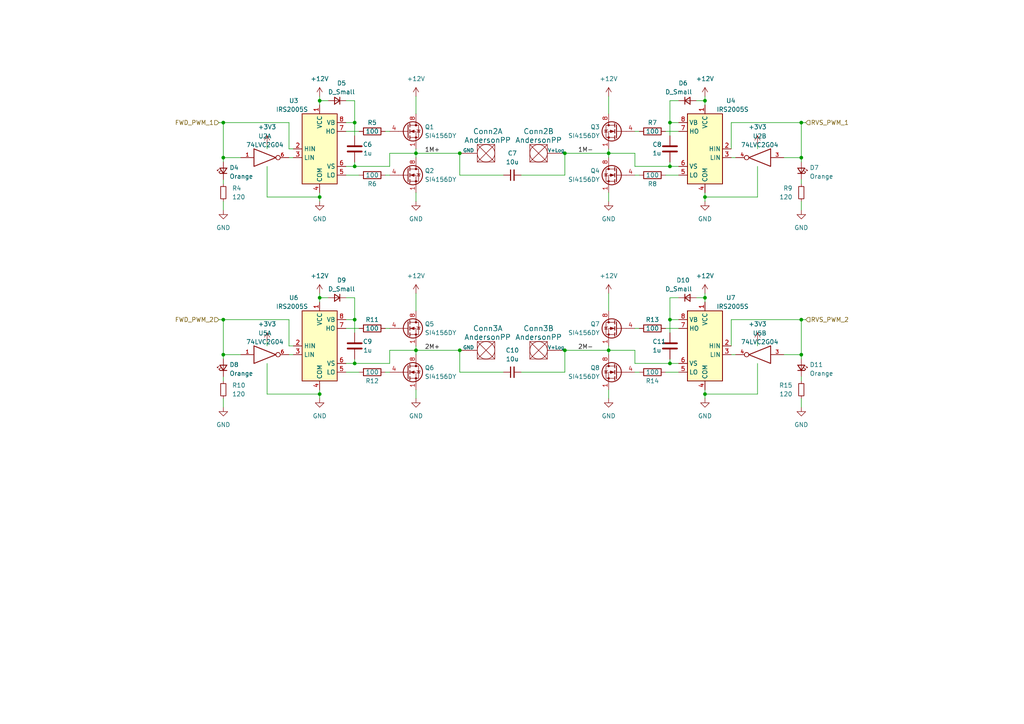
<source format=kicad_sch>
(kicad_sch (version 20230121) (generator eeschema)
  (paper "A4")
  (lib_symbols
    (symbol "74xGxx:74LVC2G04" (pin_names (offset 1.016))
      (property "Reference" "U" (at -2.54 3.81 0))
      (property "Value" "74LVC2G04" (at 0 -3.81 0))
      (symbol "74LVC2G04_0_1"
        (polyline (pts (xy -3.81 2.54) (xy -3.81 -2.54) (xy 2.54 0) (xy -3.81 2.54)) (stroke (width 0.254)))
        (pin power_in line (at 0 -2.54 270) (length 0) hide (name "GND") (number "2"))
        (pin power_in line (at 0 2.54 90) (length 0) hide (name "VCC") (number "5"))
      )
      (symbol "74LVC2G04_1_1"
        (pin input line (at -7.62 0 0) (length 3.81) (name "~") (number "1"))
        (pin output inverted (at 6.35 0 180) (length 3.81) (name "~") (number "6"))
      )
      (symbol "74LVC2G04_2_1"
        (pin input line (at -7.62 0 0) (length 3.81) (name "~") (number "3"))
        (pin output inverted (at 6.35 0 180) (length 3.81) (name "~") (number "4"))
      )
    )
    (symbol "Device:C" (pin_numbers hide) (pin_names (offset 0.254))
      (property "Reference" "C" (at 0.635 2.54 0))
      (property "Value" "C" (at 0.635 -2.54 0))
      (symbol "C_0_1"
        (polyline (pts (xy -2.032 -0.762) (xy 2.032 -0.762)) (stroke (width 0.508)))
        (polyline (pts (xy -2.032 0.762) (xy 2.032 0.762)) (stroke (width 0.508)))
      )
      (symbol "C_1_1"
        (pin passive line (at 0 3.81 270) (length 2.794) (name "~") (number "1"))
        (pin passive line (at 0 -3.81 90) (length 2.794) (name "~") (number "2"))
      )
    )
    (symbol "Device:C_Small" (pin_numbers hide) (pin_names (offset 0.254) hide)
      (property "Reference" "C" (at 0.254 1.778 0))
      (property "Value" "C_Small" (at 0.254 -2.032 0))
      (symbol "C_Small_0_1"
        (polyline (pts (xy -1.524 -0.508) (xy 1.524 -0.508)) (stroke (width 0.3302)))
        (polyline (pts (xy -1.524 0.508) (xy 1.524 0.508)) (stroke (width 0.3048)))
      )
      (symbol "C_Small_1_1"
        (pin passive line (at 0 2.54 270) (length 2.032) (name "~") (number "1"))
        (pin passive line (at 0 -2.54 90) (length 2.032) (name "~") (number "2"))
      )
    )
    (symbol "Device:D_Small" (pin_numbers hide) (pin_names (offset 0.254) hide)
      (property "Reference" "D" (at -1.27 2.032 0))
      (property "Value" "D_Small" (at -3.81 -2.032 0))
      (symbol "D_Small_0_1"
        (polyline (pts (xy -0.762 -1.016) (xy -0.762 1.016)) (stroke (width 0.254)))
        (polyline (pts (xy -0.762 0) (xy 0.762 0)))
        (polyline (pts (xy 0.762 -1.016) (xy -0.762 0) (xy 0.762 1.016) (xy 0.762 -1.016)) (stroke (width 0.254)))
      )
      (symbol "D_Small_1_1"
        (pin passive line (at -2.54 0 0) (length 1.778) (name "K") (number "1"))
        (pin passive line (at 2.54 0 180) (length 1.778) (name "A") (number "2"))
      )
    )
    (symbol "Device:LED_Small" (pin_numbers hide) (pin_names (offset 0.254) hide)
      (property "Reference" "D" (at -1.27 3.175 0))
      (property "Value" "LED_Small" (at -4.445 -2.54 0))
      (symbol "LED_Small_0_1"
        (polyline (pts (xy -0.762 -1.016) (xy -0.762 1.016)) (stroke (width 0.254)))
        (polyline (pts (xy 1.016 0) (xy -0.762 0)))
        (polyline (pts (xy 0.762 -1.016) (xy -0.762 0) (xy 0.762 1.016) (xy 0.762 -1.016)) (stroke (width 0.254)))
        (polyline (pts (xy 0 0.762) (xy -0.508 1.27) (xy -0.254 1.27) (xy -0.508 1.27) (xy -0.508 1.016)))
        (polyline (pts (xy 0.508 1.27) (xy 0 1.778) (xy 0.254 1.778) (xy 0 1.778) (xy 0 1.524)))
      )
      (symbol "LED_Small_1_1"
        (pin passive line (at -2.54 0 0) (length 1.778) (name "K") (number "1"))
        (pin passive line (at 2.54 0 180) (length 1.778) (name "A") (number "2"))
      )
    )
    (symbol "Device:R" (pin_numbers hide) (pin_names (offset 0))
      (property "Reference" "R" (at 2.032 0 90))
      (property "Value" "R" (at 0 0 90))
      (symbol "R_0_1"
        (rectangle (start -1.016 -2.54) (end 1.016 2.54) (stroke (width 0.254)))
      )
      (symbol "R_1_1"
        (pin passive line (at 0 3.81 270) (length 1.27) (name "~") (number "1"))
        (pin passive line (at 0 -3.81 90) (length 1.27) (name "~") (number "2"))
      )
    )
    (symbol "Device:R_Small" (pin_numbers hide) (pin_names (offset 0.254) hide)
      (property "Reference" "R" (at 0.762 0.508 0))
      (property "Value" "R_Small" (at 0.762 -1.016 0))
      (symbol "R_Small_0_1"
        (rectangle (start -0.762 1.778) (end 0.762 -1.778) (stroke (width 0.2032)))
      )
      (symbol "R_Small_1_1"
        (pin passive line (at 0 2.54 270) (length 0.762) (name "~") (number "1"))
        (pin passive line (at 0 -2.54 90) (length 0.762) (name "~") (number "2"))
      )
    )
    (symbol "Driver_FET:IRS2005S"
      (property "Reference" "U" (at 1.27 13.335 0))
      (property "Value" "IRS2005S" (at 1.27 11.43 0))
      (symbol "IRS2005S_0_1"
        (rectangle (start -5.08 -10.16) (end 5.08 10.16) (stroke (width 0.254)) (fill (type background)))
      )
      (symbol "IRS2005S_1_1"
        (pin power_in line (at 0 12.7 270) (length 2.54) (name "VCC") (number "1"))
        (pin input line (at -7.62 0 0) (length 2.54) (name "HIN") (number "2"))
        (pin input line (at -7.62 -2.54 0) (length 2.54) (name "LIN") (number "3"))
        (pin power_in line (at 0 -12.7 90) (length 2.54) (name "COM") (number "4"))
        (pin output line (at 7.62 -7.62 180) (length 2.54) (name "LO") (number "5"))
        (pin passive line (at 7.62 -5.08 180) (length 2.54) (name "VS") (number "6"))
        (pin output line (at 7.62 5.08 180) (length 2.54) (name "HO") (number "7"))
        (pin passive line (at 7.62 7.62 180) (length 2.54) (name "VB") (number "8"))
      )
    )
    (symbol "MRDT_Connectors:AndersonPP" (pin_numbers hide) (pin_names (offset 0))
      (property "Reference" "Conn" (at 3.81 -1.27 0))
      (property "Value" "AndersonPP" (at 2.54 6.35 0))
      (symbol "AndersonPP_0_1"
        (polyline (pts (xy 0 5.08) (xy 5.08 0)))
        (polyline (pts (xy 5.08 5.08) (xy 0 0)))
        (rectangle (start 0 0) (end 5.08 5.08))
        (circle (center 2.54 2.54) (radius 2.54))
      )
      (symbol "AndersonPP_1_1"
        (pin input line (at 10.16 2.54 180) (length 5.08) (name "GND") (number "1"))
      )
      (symbol "AndersonPP_2_1"
        (pin input line (at 10.16 2.54 180) (length 5.08) (name "V+Log") (number "2"))
      )
      (symbol "AndersonPP_3_1"
        (pin input line (at 10.16 2.54 180) (length 5.08) (name "V+Act") (number "3"))
      )
      (symbol "AndersonPP_4_1"
        (pin input line (at 10.16 2.54 180) (length 5.08) (name "PV+") (number "4"))
      )
      (symbol "AndersonPP_5_1"
        (pin input line (at 10.16 2.54 180) (length 5.08) (name "~") (number "1"))
      )
    )
    (symbol "Transistor_FET:FDS2734" (pin_names hide)
      (property "Reference" "Q" (at 5.08 2.54 0))
      (property "Value" "FDS2734" (at 5.08 0 0))
      (symbol "FDS2734_0_1"
        (polyline (pts (xy 0.254 0) (xy -2.54 0)))
        (polyline (pts (xy 0.254 1.905) (xy 0.254 -1.905)) (stroke (width 0.254)))
        (polyline (pts (xy 0.762 -1.27) (xy 0.762 -2.286)) (stroke (width 0.254)))
        (polyline (pts (xy 0.762 0.508) (xy 0.762 -0.508)) (stroke (width 0.254)))
        (polyline (pts (xy 0.762 2.286) (xy 0.762 1.27)) (stroke (width 0.254)))
        (polyline (pts (xy 2.54 2.54) (xy 2.54 1.778)))
        (polyline (pts (xy 2.54 -2.54) (xy 2.54 0) (xy 0.762 0)))
        (polyline (pts (xy 0.762 -1.778) (xy 3.302 -1.778) (xy 3.302 1.778) (xy 0.762 1.778)))
        (polyline (pts (xy 1.016 0) (xy 2.032 0.381) (xy 2.032 -0.381) (xy 1.016 0)) (fill (type outline)))
        (polyline (pts (xy 2.794 0.508) (xy 2.921 0.381) (xy 3.683 0.381) (xy 3.81 0.254)))
        (polyline (pts (xy 3.302 0.381) (xy 2.921 -0.254) (xy 3.683 -0.254) (xy 3.302 0.381)))
        (circle (center 1.651 0) (radius 2.794) (stroke (width 0.254)))
        (circle (center 2.54 -1.778) (radius 0.254) (fill (type outline)))
        (circle (center 2.54 1.778) (radius 0.254) (fill (type outline)))
      )
      (symbol "FDS2734_1_1"
        (pin passive line (at 2.54 -5.08 90) (length 2.54) (name "S") (number "1"))
        (pin passive line (at 2.54 -5.08 90) (length 2.54) hide (name "S") (number "2"))
        (pin passive line (at 2.54 -5.08 90) (length 2.54) hide (name "S") (number "3"))
        (pin input line (at -5.08 0 0) (length 2.54) (name "G") (number "4"))
        (pin passive line (at 2.54 5.08 270) (length 2.54) hide (name "D") (number "5"))
        (pin passive line (at 2.54 5.08 270) (length 2.54) hide (name "D") (number "6"))
        (pin passive line (at 2.54 5.08 270) (length 2.54) hide (name "D") (number "7"))
        (pin passive line (at 2.54 5.08 270) (length 2.54) (name "D") (number "8"))
      )
    )
    (symbol "power:+12V" (power) (pin_names (offset 0))
      (property "Value" "+12V" (at 0 3.556 0))
      (symbol "+12V_0_1"
        (polyline (pts (xy -0.762 1.27) (xy 0 2.54)))
        (polyline (pts (xy 0 0) (xy 0 2.54)))
        (polyline (pts (xy 0 2.54) (xy 0.762 1.27)))
      )
      (symbol "+12V_1_1"
        (pin power_in line (at 0 0 90) (length 0) hide (name "+12V") (number "1"))
      )
    )
    (symbol "power:+3V3" (power) (pin_names (offset 0))
      (property "Value" "+3V3" (at 0 3.556 0))
      (symbol "+3V3_0_1"
        (polyline (pts (xy -0.762 1.27) (xy 0 2.54)))
        (polyline (pts (xy 0 0) (xy 0 2.54)))
        (polyline (pts (xy 0 2.54) (xy 0.762 1.27)))
      )
      (symbol "+3V3_1_1"
        (pin power_in line (at 0 0 90) (length 0) hide (name "+3V3") (number "1"))
      )
    )
    (symbol "power:GND" (power) (pin_names (offset 0))
      (property "Value" "GND" (at 0 -3.81 0))
      (symbol "GND_0_1"
        (polyline (pts (xy 0 0) (xy 0 -1.27) (xy 1.27 -1.27) (xy 0 -2.54) (xy -1.27 -1.27) (xy 0 -1.27)))
      )
      (symbol "GND_1_1"
        (pin power_in line (at 0 0 270) (length 0) hide (name "GND") (number "1"))
      )
    )
  )
  (junction (at 194.31 48.26))
  (junction (at 194.31 92.71))
  (junction (at 204.47 57.15))
  (junction (at 194.31 35.56))
  (junction (at 204.47 114.3))
  (junction (at 133.35 44.45))
  (junction (at 102.87 48.26))
  (junction (at 176.53 44.45))
  (junction (at 92.71 114.3))
  (junction (at 204.47 86.36))
  (junction (at 176.53 101.6))
  (junction (at 232.41 35.56))
  (junction (at 120.65 44.45))
  (junction (at 194.31 105.41))
  (junction (at 64.77 45.72))
  (junction (at 204.47 29.21))
  (junction (at 92.71 86.36))
  (junction (at 232.41 45.72))
  (junction (at 163.83 44.45))
  (junction (at 163.83 101.6))
  (junction (at 102.87 105.41))
  (junction (at 92.71 57.15))
  (junction (at 120.65 101.6))
  (junction (at 102.87 35.56))
  (junction (at 232.41 102.87))
  (junction (at 102.87 92.71))
  (junction (at 232.41 92.71))
  (junction (at 64.77 35.56))
  (junction (at 133.35 101.6))
  (junction (at 92.71 29.21))
  (junction (at 64.77 92.71))
  (junction (at 64.77 102.87))
  (wire (pts (xy 219.71 105.41) (xy 219.71 114.3)))
  (wire (pts (xy 194.31 48.26) (xy 184.15 48.26)))
  (wire (pts (xy 92.71 29.21) (xy 92.71 30.48)))
  (wire (pts (xy 64.77 35.56) (xy 83.82 35.56)))
  (wire (pts (xy 83.82 92.71) (xy 83.82 100.33)))
  (wire (pts (xy 113.03 101.6) (xy 120.65 101.6)))
  (wire (pts (xy 64.77 115.57) (xy 64.77 118.11)))
  (wire (pts (xy 133.35 50.8) (xy 146.05 50.8)))
  (wire (pts (xy 77.47 57.15) (xy 92.71 57.15)))
  (wire (pts (xy 232.41 102.87) (xy 232.41 104.14)))
  (wire (pts (xy 120.65 101.6) (xy 133.35 101.6)))
  (wire (pts (xy 77.47 105.41) (xy 77.47 114.3)))
  (wire (pts (xy 193.04 38.1) (xy 196.85 38.1)))
  (wire (pts (xy 111.76 95.25) (xy 113.03 95.25)))
  (wire (pts (xy 100.33 107.95) (xy 104.14 107.95)))
  (wire (pts (xy 194.31 86.36) (xy 196.85 86.36)))
  (wire (pts (xy 102.87 35.56) (xy 102.87 29.21)))
  (wire (pts (xy 219.71 41.91) (xy 219.71 43.18)))
  (wire (pts (xy 232.41 52.07) (xy 232.41 53.34)))
  (wire (pts (xy 204.47 55.88) (xy 204.47 57.15)))
  (wire (pts (xy 204.47 85.09) (xy 204.47 86.36)))
  (wire (pts (xy 120.65 27.94) (xy 120.65 33.02)))
  (wire (pts (xy 92.71 27.94) (xy 92.71 29.21)))
  (wire (pts (xy 184.15 38.1) (xy 185.42 38.1)))
  (wire (pts (xy 201.93 29.21) (xy 204.47 29.21)))
  (wire (pts (xy 232.41 109.22) (xy 232.41 110.49)))
  (wire (pts (xy 176.53 85.09) (xy 176.53 90.17)))
  (wire (pts (xy 63.5 92.71) (xy 64.77 92.71)))
  (wire (pts (xy 201.93 86.36) (xy 204.47 86.36)))
  (wire (pts (xy 227.33 45.72) (xy 232.41 45.72)))
  (wire (pts (xy 196.85 50.8) (xy 193.04 50.8)))
  (wire (pts (xy 204.47 113.03) (xy 204.47 114.3)))
  (wire (pts (xy 204.47 29.21) (xy 204.47 30.48)))
  (wire (pts (xy 196.85 35.56) (xy 194.31 35.56)))
  (wire (pts (xy 193.04 95.25) (xy 196.85 95.25)))
  (wire (pts (xy 184.15 95.25) (xy 185.42 95.25)))
  (wire (pts (xy 196.85 105.41) (xy 194.31 105.41)))
  (wire (pts (xy 120.65 113.03) (xy 120.65 115.57)))
  (wire (pts (xy 176.53 101.6) (xy 163.83 101.6)))
  (wire (pts (xy 184.15 107.95) (xy 185.42 107.95)))
  (wire (pts (xy 64.77 92.71) (xy 83.82 92.71)))
  (wire (pts (xy 63.5 35.56) (xy 64.77 35.56)))
  (wire (pts (xy 194.31 92.71) (xy 194.31 96.52)))
  (wire (pts (xy 184.15 105.41) (xy 184.15 101.6)))
  (wire (pts (xy 102.87 48.26) (xy 113.03 48.26)))
  (wire (pts (xy 92.71 85.09) (xy 92.71 86.36)))
  (wire (pts (xy 204.47 86.36) (xy 204.47 87.63)))
  (wire (pts (xy 204.47 27.94) (xy 204.47 29.21)))
  (wire (pts (xy 102.87 92.71) (xy 102.87 86.36)))
  (wire (pts (xy 64.77 58.42) (xy 64.77 60.96)))
  (wire (pts (xy 219.71 48.26) (xy 219.71 57.15)))
  (wire (pts (xy 184.15 101.6) (xy 176.53 101.6)))
  (wire (pts (xy 77.47 114.3) (xy 92.71 114.3)))
  (wire (pts (xy 212.09 45.72) (xy 213.36 45.72)))
  (wire (pts (xy 196.85 48.26) (xy 194.31 48.26)))
  (wire (pts (xy 113.03 48.26) (xy 113.03 44.45)))
  (wire (pts (xy 100.33 35.56) (xy 102.87 35.56)))
  (wire (pts (xy 120.65 44.45) (xy 120.65 45.72)))
  (wire (pts (xy 100.33 50.8) (xy 104.14 50.8)))
  (wire (pts (xy 176.53 27.94) (xy 176.53 33.02)))
  (wire (pts (xy 194.31 46.99) (xy 194.31 48.26)))
  (wire (pts (xy 212.09 92.71) (xy 212.09 100.33)))
  (wire (pts (xy 64.77 45.72) (xy 64.77 35.56)))
  (wire (pts (xy 232.41 58.42) (xy 232.41 60.96)))
  (wire (pts (xy 100.33 38.1) (xy 104.14 38.1)))
  (wire (pts (xy 133.35 50.8) (xy 133.35 44.45)))
  (wire (pts (xy 77.47 48.26) (xy 77.47 57.15)))
  (wire (pts (xy 77.47 41.91) (xy 77.47 43.18)))
  (wire (pts (xy 176.53 44.45) (xy 176.53 45.72)))
  (wire (pts (xy 92.71 57.15) (xy 92.71 58.42)))
  (wire (pts (xy 102.87 35.56) (xy 102.87 39.37)))
  (wire (pts (xy 77.47 99.06) (xy 77.47 100.33)))
  (wire (pts (xy 113.03 44.45) (xy 120.65 44.45)))
  (wire (pts (xy 176.53 55.88) (xy 176.53 58.42)))
  (wire (pts (xy 212.09 35.56) (xy 212.09 43.18)))
  (wire (pts (xy 69.85 45.72) (xy 64.77 45.72)))
  (wire (pts (xy 102.87 105.41) (xy 113.03 105.41)))
  (wire (pts (xy 64.77 52.07) (xy 64.77 53.34)))
  (wire (pts (xy 92.71 55.88) (xy 92.71 57.15)))
  (wire (pts (xy 100.33 92.71) (xy 102.87 92.71)))
  (wire (pts (xy 176.53 44.45) (xy 163.83 44.45)))
  (wire (pts (xy 120.65 100.33) (xy 120.65 101.6)))
  (wire (pts (xy 219.71 57.15) (xy 204.47 57.15)))
  (wire (pts (xy 120.65 43.18) (xy 120.65 44.45)))
  (wire (pts (xy 95.25 29.21) (xy 92.71 29.21)))
  (wire (pts (xy 83.82 45.72) (xy 85.09 45.72)))
  (wire (pts (xy 194.31 35.56) (xy 194.31 29.21)))
  (wire (pts (xy 120.65 85.09) (xy 120.65 90.17)))
  (wire (pts (xy 120.65 55.88) (xy 120.65 58.42)))
  (wire (pts (xy 194.31 104.14) (xy 194.31 105.41)))
  (wire (pts (xy 204.47 114.3) (xy 204.47 115.57)))
  (wire (pts (xy 196.85 92.71) (xy 194.31 92.71)))
  (wire (pts (xy 102.87 86.36) (xy 100.33 86.36)))
  (wire (pts (xy 83.82 100.33) (xy 85.09 100.33)))
  (wire (pts (xy 102.87 46.99) (xy 102.87 48.26)))
  (wire (pts (xy 95.25 86.36) (xy 92.71 86.36)))
  (wire (pts (xy 64.77 102.87) (xy 64.77 92.71)))
  (wire (pts (xy 232.41 92.71) (xy 233.68 92.71)))
  (wire (pts (xy 83.82 43.18) (xy 85.09 43.18)))
  (wire (pts (xy 113.03 105.41) (xy 113.03 101.6)))
  (wire (pts (xy 111.76 50.8) (xy 113.03 50.8)))
  (wire (pts (xy 232.41 45.72) (xy 232.41 35.56)))
  (wire (pts (xy 176.53 100.33) (xy 176.53 101.6)))
  (wire (pts (xy 184.15 48.26) (xy 184.15 44.45)))
  (wire (pts (xy 69.85 102.87) (xy 64.77 102.87)))
  (wire (pts (xy 194.31 29.21) (xy 196.85 29.21)))
  (wire (pts (xy 102.87 92.71) (xy 102.87 96.52)))
  (wire (pts (xy 212.09 102.87) (xy 213.36 102.87)))
  (wire (pts (xy 194.31 92.71) (xy 194.31 86.36)))
  (wire (pts (xy 194.31 105.41) (xy 184.15 105.41)))
  (wire (pts (xy 64.77 102.87) (xy 64.77 104.14)))
  (wire (pts (xy 212.09 92.71) (xy 232.41 92.71)))
  (wire (pts (xy 163.83 50.8) (xy 163.83 44.45)))
  (wire (pts (xy 212.09 35.56) (xy 232.41 35.56)))
  (wire (pts (xy 151.13 50.8) (xy 163.83 50.8)))
  (wire (pts (xy 111.76 107.95) (xy 113.03 107.95)))
  (wire (pts (xy 120.65 101.6) (xy 120.65 102.87)))
  (wire (pts (xy 100.33 95.25) (xy 104.14 95.25)))
  (wire (pts (xy 232.41 35.56) (xy 233.68 35.56)))
  (wire (pts (xy 100.33 105.41) (xy 102.87 105.41)))
  (wire (pts (xy 133.35 107.95) (xy 133.35 101.6)))
  (wire (pts (xy 151.13 107.95) (xy 163.83 107.95)))
  (wire (pts (xy 176.53 43.18) (xy 176.53 44.45)))
  (wire (pts (xy 102.87 29.21) (xy 100.33 29.21)))
  (wire (pts (xy 204.47 57.15) (xy 204.47 58.42)))
  (wire (pts (xy 83.82 102.87) (xy 85.09 102.87)))
  (wire (pts (xy 232.41 102.87) (xy 232.41 92.71)))
  (wire (pts (xy 196.85 107.95) (xy 193.04 107.95)))
  (wire (pts (xy 133.35 107.95) (xy 146.05 107.95)))
  (wire (pts (xy 194.31 35.56) (xy 194.31 39.37)))
  (wire (pts (xy 227.33 102.87) (xy 232.41 102.87)))
  (wire (pts (xy 163.83 107.95) (xy 163.83 101.6)))
  (wire (pts (xy 176.53 101.6) (xy 176.53 102.87)))
  (wire (pts (xy 184.15 50.8) (xy 185.42 50.8)))
  (wire (pts (xy 184.15 44.45) (xy 176.53 44.45)))
  (wire (pts (xy 111.76 38.1) (xy 113.03 38.1)))
  (wire (pts (xy 92.71 114.3) (xy 92.71 115.57)))
  (wire (pts (xy 232.41 45.72) (xy 232.41 46.99)))
  (wire (pts (xy 100.33 48.26) (xy 102.87 48.26)))
  (wire (pts (xy 92.71 113.03) (xy 92.71 114.3)))
  (wire (pts (xy 219.71 114.3) (xy 204.47 114.3)))
  (wire (pts (xy 120.65 44.45) (xy 133.35 44.45)))
  (wire (pts (xy 83.82 35.56) (xy 83.82 43.18)))
  (wire (pts (xy 64.77 45.72) (xy 64.77 46.99)))
  (wire (pts (xy 92.71 86.36) (xy 92.71 87.63)))
  (wire (pts (xy 176.53 113.03) (xy 176.53 115.57)))
  (wire (pts (xy 64.77 109.22) (xy 64.77 110.49)))
  (wire (pts (xy 219.71 99.06) (xy 219.71 100.33)))
  (wire (pts (xy 232.41 115.57) (xy 232.41 118.11)))
  (wire (pts (xy 102.87 104.14) (xy 102.87 105.41)))
  (label "1M-" (at 167.64 44.45 0))
  (label "1M+" (at 123.19 44.45 0))
  (label "2M+" (at 123.19 101.6 0))
  (label "2M-" (at 167.64 101.6 0))
  (hierarchical_label "FWD_PWM_1" (shape input) (at 63.5 35.56 180))
  (hierarchical_label "RVS_PWM_1" (shape input) (at 233.68 35.56 0))
  (hierarchical_label "FWD_PWM_2" (shape input) (at 63.5 92.71 180))
  (hierarchical_label "RVS_PWM_2" (shape input) (at 233.68 92.71 0))
  (symbol (lib_id "power:GND") (at 92.71 115.57 0) (unit 1)
    (property "Reference" "#PWR027" (effects hide))
    (property "Value" "GND" (at 92.71 120.65 0))
  )
  (symbol (lib_id "Device:R") (at 189.23 107.95 270) (mirror x) (unit 1)
    (property "Reference" "R14" (at 189.23 110.49 90))
    (property "Value" "100" (at 189.23 107.95 90))
    (property "Footprint" "Resistor_SMD:R_0603_1608Metric_Pad0.98x0.95mm_HandSolder" (effects hide))
  )
  (symbol (lib_id "Device:R_Small") (at 64.77 55.88 0) (unit 1)
    (property "Reference" "R4" (at 67.31 54.6099 0) (effects (justify left)))
    (property "Value" "120" (at 67.31 57.1499 0) (effects (justify left)))
    (property "Footprint" "Resistor_SMD:R_0603_1608Metric_Pad0.98x0.95mm_HandSolder" (effects hide))
  )
  (symbol (lib_id "power:+12V") (at 92.71 27.94 0) (unit 1)
    (property "Reference" "#PWR014" (effects hide))
    (property "Value" "+12V" (at 92.71 22.86 0))
  )
  (symbol (lib_id "Device:C") (at 102.87 100.33 0) (mirror y) (unit 1)
    (property "Reference" "C9" (at 107.95 99.06 0) (effects (justify left)))
    (property "Value" "1u" (at 107.95 101.6 0) (effects (justify left)))
    (property "Footprint" "Capacitor_SMD:C_0603_1608Metric" (effects hide))
  )
  (symbol (lib_id "74xGxx:74LVC2G04") (at 219.71 102.87 0) (mirror y) (unit 2)
    (property "Reference" "U5" (at 220.345 96.6302 0))
    (property "Value" "74LVC2G04" (at 220.345 99.1671 0))
    (property "Footprint" "Package_TO_SOT_SMD:SOT-23-6_Handsoldering" (effects hide))
    (property "Datasheet" "http://www.ti.com/lit/sg/scyt129e/scyt129e.pdf" (effects hide))
  )
  (symbol (lib_id "Device:C_Small") (at 148.59 50.8 90) (unit 1)
    (property "Reference" "C7" (at 148.5963 44.45 90))
    (property "Value" "10u" (at 148.5963 46.99 90))
    (property "Footprint" "Capacitor_SMD:C_0603_1608Metric" (effects hide))
  )
  (symbol (lib_id "Driver_FET:IRS2005S") (at 204.47 43.18 0) (mirror y) (unit 1)
    (property "Reference" "U4" (at 213.36 29.21 0) (effects (justify left)))
    (property "Value" "IRS2005S" (at 217.17 31.75 0) (effects (justify left)))
    (property "Footprint" "Package_SO:SOIC-8_3.9x4.9mm_P1.27mm" (effects hide))
    (property "Datasheet" "https://www.infineon.com/dgdl/Infineon-IRS2005S-DS-v02_00-EN.pdf?fileId=5546d462533600a4015364c4246229e1" (effects hide))
  )
  (symbol (lib_id "Device:R") (at 189.23 95.25 270) (mirror x) (unit 1)
    (property "Reference" "R13" (at 189.23 92.71 90))
    (property "Value" "100" (at 189.23 95.25 90))
    (property "Footprint" "Resistor_SMD:R_0603_1608Metric_Pad0.98x0.95mm_HandSolder" (effects hide))
  )
  (symbol (lib_id "power:+3V3") (at 77.47 99.06 0) (unit 1)
    (property "Reference" "#PWR025" (effects hide))
    (property "Value" "+3V3" (at 77.47 93.98 0))
  )
  (symbol (lib_id "power:+3V3") (at 219.71 99.06 0) (unit 1)
    (property "Reference" "#PWR034" (effects hide))
    (property "Value" "+3V3" (at 219.71 93.98 0))
  )
  (symbol (lib_id "power:+12V") (at 92.71 85.09 0) (unit 1)
    (property "Reference" "#PWR026" (effects hide))
    (property "Value" "+12V" (at 92.71 80.01 0))
  )
  (symbol (lib_id "power:GND") (at 64.77 60.96 0) (unit 1)
    (property "Reference" "#PWR012" (effects hide))
    (property "Value" "GND" (at 64.77 66.04 0))
  )
  (symbol (lib_id "Device:D_Small") (at 97.79 29.21 0) (mirror y) (unit 1)
    (property "Reference" "D5" (at 99.06 24.13 0))
    (property "Value" "D_Small" (at 99.06 26.67 0))
    (property "Footprint" "LED_SMD:LED_0603_1608Metric_Pad1.05x0.95mm_HandSolder" (effects hide))
  )
  (symbol (lib_id "power:GND") (at 204.47 58.42 0) (unit 1)
    (property "Reference" "#PWR021" (effects hide))
    (property "Value" "GND" (at 204.47 63.5 0))
  )
  (symbol (lib_id "Device:R") (at 107.95 38.1 90) (unit 1)
    (property "Reference" "R5" (at 107.95 35.56 90))
    (property "Value" "100" (at 107.95 38.1 90))
    (property "Footprint" "Resistor_SMD:R_0603_1608Metric_Pad0.98x0.95mm_HandSolder" (effects hide))
  )
  (symbol (lib_id "74xGxx:74LVC2G04") (at 77.47 45.72 0) (unit 1)
    (property "Reference" "U2" (at 76.835 39.4802 0))
    (property "Value" "74LVC2G04" (at 76.835 42.0171 0))
    (property "Footprint" "Package_TO_SOT_SMD:SOT-23-6_Handsoldering" (effects hide))
    (property "Datasheet" "http://www.ti.com/lit/sg/scyt129e/scyt129e.pdf" (effects hide))
  )
  (symbol (lib_id "power:GND") (at 64.77 118.11 0) (unit 1)
    (property "Reference" "#PWR024" (effects hide))
    (property "Value" "GND" (at 64.77 123.19 0))
  )
  (symbol (lib_id "Device:C") (at 194.31 43.18 0) (unit 1)
    (property "Reference" "C8" (at 189.23 41.91 0) (effects (justify left)))
    (property "Value" "1u" (at 189.23 44.45 0) (effects (justify left)))
    (property "Footprint" "Capacitor_SMD:C_0603_1608Metric" (effects hide))
  )
  (symbol (lib_id "power:+12V") (at 176.53 85.09 0) (unit 1)
    (property "Reference" "#PWR030" (effects hide))
    (property "Value" "+12V" (at 176.53 80.01 0))
  )
  (symbol (lib_id "power:+12V") (at 120.65 85.09 0) (unit 1)
    (property "Reference" "#PWR028" (effects hide))
    (property "Value" "+12V" (at 120.65 80.01 0))
  )
  (symbol (lib_id "power:+3V3") (at 219.71 41.91 0) (unit 1)
    (property "Reference" "#PWR022" (effects hide))
    (property "Value" "+3V3" (at 219.71 36.83 0))
  )
  (symbol (lib_id "Driver_FET:IRS2005S") (at 92.71 43.18 0) (unit 1)
    (property "Reference" "U3" (at 83.82 29.21 0) (effects (justify left)))
    (property "Value" "IRS2005S" (at 80.01 31.75 0) (effects (justify left)))
    (property "Footprint" "Package_SO:SOIC-8_3.9x4.9mm_P1.27mm" (effects hide))
    (property "Datasheet" "https://www.infineon.com/dgdl/Infineon-IRS2005S-DS-v02_00-EN.pdf?fileId=5546d462533600a4015364c4246229e1" (effects hide))
  )
  (symbol (lib_id "MRDT_Connectors:AndersonPP") (at 153.67 46.99 0) (unit 2)
    (property "Reference" "Conn2" (at 156.21 38.1 0) (effects (font (size 1.524 1.524))))
    (property "Value" "AndersonPP" (at 156.21 40.64 0) (effects (font (size 1.524 1.524))))
    (property "Footprint" "MRDT_Connectors:Square_Anderson_2_V_Side_By_Side" (effects hide))
  )
  (symbol (lib_id "Driver_FET:IRS2005S") (at 92.71 100.33 0) (unit 1)
    (property "Reference" "U6" (at 83.82 86.36 0) (effects (justify left)))
    (property "Value" "IRS2005S" (at 80.01 88.9 0) (effects (justify left)))
    (property "Footprint" "Package_SO:SOIC-8_3.9x4.9mm_P1.27mm" (effects hide))
    (property "Datasheet" "https://www.infineon.com/dgdl/Infineon-IRS2005S-DS-v02_00-EN.pdf?fileId=5546d462533600a4015364c4246229e1" (effects hide))
  )
  (symbol (lib_id "Transistor_FET:FDS2734") (at 179.07 50.8 0) (mirror y) (unit 1)
    (property "Reference" "Q4" (at 173.99 49.53 0) (effects (justify left)))
    (property "Value" "SI4156DY" (at 173.99 52.07 0) (effects (justify left)))
    (property "Footprint" "Package_SO:SOIC-8_3.9x4.9mm_P1.27mm" (effects hide))
    (property "Datasheet" "https://www.onsemi.com/pdf/datasheet/fds8896-d.pdf" (effects hide))
  )
  (symbol (lib_id "Transistor_FET:FDS2734") (at 118.11 95.25 0) (unit 1)
    (property "Reference" "Q5" (at 123.19 93.98 0) (effects (justify left)))
    (property "Value" "SI4156DY" (at 123.19 96.52 0) (effects (justify left)))
    (property "Footprint" "Package_SO:SOIC-8_3.9x4.9mm_P1.27mm" (effects hide))
    (property "Datasheet" "https://www.onsemi.com/pdf/datasheet/fds8896-d.pdf" (effects hide))
  )
  (symbol (lib_id "power:GND") (at 176.53 115.57 0) (unit 1)
    (property "Reference" "#PWR031" (effects hide))
    (property "Value" "GND" (at 176.53 120.65 0))
  )
  (symbol (lib_id "power:GND") (at 176.53 58.42 0) (unit 1)
    (property "Reference" "#PWR019" (effects hide))
    (property "Value" "GND" (at 176.53 63.5 0))
  )
  (symbol (lib_id "Transistor_FET:FDS2734") (at 179.07 38.1 0) (mirror y) (unit 1)
    (property "Reference" "Q3" (at 173.99 36.83 0) (effects (justify left)))
    (property "Value" "SI4156DY" (at 173.99 39.37 0) (effects (justify left)))
    (property "Footprint" "Package_SO:SOIC-8_3.9x4.9mm_P1.27mm" (effects hide))
    (property "Datasheet" "https://www.onsemi.com/pdf/datasheet/fds8896-d.pdf" (effects hide))
  )
  (symbol (lib_id "Device:R_Small") (at 64.77 113.03 0) (unit 1)
    (property "Reference" "R10" (at 67.31 111.7599 0) (effects (justify left)))
    (property "Value" "120" (at 67.31 114.2999 0) (effects (justify left)))
    (property "Footprint" "Resistor_SMD:R_0603_1608Metric_Pad0.98x0.95mm_HandSolder" (effects hide))
  )
  (symbol (lib_id "Device:C_Small") (at 148.59 107.95 90) (unit 1)
    (property "Reference" "C10" (at 148.5963 101.6 90))
    (property "Value" "10u" (at 148.5963 104.14 90))
    (property "Footprint" "Capacitor_SMD:C_0603_1608Metric" (effects hide))
  )
  (symbol (lib_id "power:GND") (at 92.71 58.42 0) (unit 1)
    (property "Reference" "#PWR015" (effects hide))
    (property "Value" "GND" (at 92.71 63.5 0))
  )
  (symbol (lib_id "power:+3V3") (at 77.47 41.91 0) (unit 1)
    (property "Reference" "#PWR013" (effects hide))
    (property "Value" "+3V3" (at 77.47 36.83 0))
  )
  (symbol (lib_id "power:GND") (at 120.65 115.57 0) (unit 1)
    (property "Reference" "#PWR029" (effects hide))
    (property "Value" "GND" (at 120.65 120.65 0))
  )
  (symbol (lib_id "power:+12V") (at 176.53 27.94 0) (unit 1)
    (property "Reference" "#PWR018" (effects hide))
    (property "Value" "+12V" (at 176.53 22.86 0))
  )
  (symbol (lib_id "Device:C") (at 194.31 100.33 0) (unit 1)
    (property "Reference" "C11" (at 189.23 99.06 0) (effects (justify left)))
    (property "Value" "1u" (at 189.23 101.6 0) (effects (justify left)))
    (property "Footprint" "Capacitor_SMD:C_0603_1608Metric" (effects hide))
  )
  (symbol (lib_id "Transistor_FET:FDS2734") (at 118.11 38.1 0) (unit 1)
    (property "Reference" "Q1" (at 123.19 36.83 0) (effects (justify left)))
    (property "Value" "SI4156DY" (at 123.19 39.37 0) (effects (justify left)))
    (property "Footprint" "Package_SO:SOIC-8_3.9x4.9mm_P1.27mm" (effects hide))
    (property "Datasheet" "https://www.onsemi.com/pdf/datasheet/fds8896-d.pdf" (effects hide))
  )
  (symbol (lib_id "power:GND") (at 232.41 60.96 0) (mirror y) (unit 1)
    (property "Reference" "#PWR023" (effects hide))
    (property "Value" "GND" (at 232.41 66.04 0))
  )
  (symbol (lib_id "power:+12V") (at 204.47 27.94 0) (unit 1)
    (property "Reference" "#PWR020" (effects hide))
    (property "Value" "+12V" (at 204.47 22.86 0))
  )
  (symbol (lib_id "Transistor_FET:FDS2734") (at 179.07 107.95 0) (mirror y) (unit 1)
    (property "Reference" "Q8" (at 173.99 106.68 0) (effects (justify left)))
    (property "Value" "SI4156DY" (at 173.99 109.22 0) (effects (justify left)))
    (property "Footprint" "Package_SO:SOIC-8_3.9x4.9mm_P1.27mm" (effects hide))
    (property "Datasheet" "https://www.onsemi.com/pdf/datasheet/fds8896-d.pdf" (effects hide))
  )
  (symbol (lib_id "Device:R") (at 107.95 95.25 90) (unit 1)
    (property "Reference" "R11" (at 107.95 92.71 90))
    (property "Value" "100" (at 107.95 95.25 90))
    (property "Footprint" "Resistor_SMD:R_0603_1608Metric_Pad0.98x0.95mm_HandSolder" (effects hide))
  )
  (symbol (lib_id "Device:D_Small") (at 97.79 86.36 0) (mirror y) (unit 1)
    (property "Reference" "D9" (at 99.06 81.28 0))
    (property "Value" "D_Small" (at 99.06 83.82 0))
    (property "Footprint" "LED_SMD:LED_0603_1608Metric_Pad1.05x0.95mm_HandSolder" (effects hide))
  )
  (symbol (lib_id "Driver_FET:IRS2005S") (at 204.47 100.33 0) (mirror y) (unit 1)
    (property "Reference" "U7" (at 213.36 86.36 0) (effects (justify left)))
    (property "Value" "IRS2005S" (at 217.17 88.9 0) (effects (justify left)))
    (property "Footprint" "Package_SO:SOIC-8_3.9x4.9mm_P1.27mm" (effects hide))
    (property "Datasheet" "https://www.infineon.com/dgdl/Infineon-IRS2005S-DS-v02_00-EN.pdf?fileId=5546d462533600a4015364c4246229e1" (effects hide))
  )
  (symbol (lib_id "power:GND") (at 232.41 118.11 0) (mirror y) (unit 1)
    (property "Reference" "#PWR035" (effects hide))
    (property "Value" "GND" (at 232.41 123.19 0))
  )
  (symbol (lib_id "Device:R_Small") (at 232.41 55.88 0) (mirror x) (unit 1)
    (property "Reference" "R9" (at 229.87 54.6099 0) (effects (justify right)))
    (property "Value" "120" (at 229.87 57.1499 0) (effects (justify right)))
    (property "Footprint" "Resistor_SMD:R_0603_1608Metric_Pad0.98x0.95mm_HandSolder" (effects hide))
  )
  (symbol (lib_id "Device:D_Small") (at 199.39 29.21 0) (unit 1)
    (property "Reference" "D6" (at 198.12 24.13 0))
    (property "Value" "D_Small" (at 196.85 26.67 0))
    (property "Footprint" "LED_SMD:LED_0603_1608Metric_Pad1.05x0.95mm_HandSolder" (effects hide))
  )
  (symbol (lib_id "Device:LED_Small") (at 64.77 49.53 90) (unit 1)
    (property "Reference" "D4" (at 66.548 48.6318 90) (effects (justify right)))
    (property "Value" "Orange" (at 66.548 51.1687 90) (effects (justify right)))
    (property "Footprint" "LED_SMD:LED_0603_1608Metric_Pad1.05x0.95mm_HandSolder" (effects hide))
  )
  (symbol (lib_id "Device:LED_Small") (at 232.41 106.68 270) (mirror x) (unit 1)
    (property "Reference" "D11" (at 234.823 105.7818 90) (effects (justify left)))
    (property "Value" "Orange" (at 234.823 108.3187 90) (effects (justify left)))
    (property "Footprint" "LED_SMD:LED_0603_1608Metric_Pad1.05x0.95mm_HandSolder" (effects hide))
  )
  (symbol (lib_id "Transistor_FET:FDS2734") (at 179.07 95.25 0) (mirror y) (unit 1)
    (property "Reference" "Q7" (at 173.99 93.98 0) (effects (justify left)))
    (property "Value" "SI4156DY" (at 173.99 96.52 0) (effects (justify left)))
    (property "Footprint" "Package_SO:SOIC-8_3.9x4.9mm_P1.27mm" (effects hide))
    (property "Datasheet" "https://www.onsemi.com/pdf/datasheet/fds8896-d.pdf" (effects hide))
  )
  (symbol (lib_id "MRDT_Connectors:AndersonPP") (at 143.51 99.06 180) (unit 1)
    (property "Reference" "Conn3" (at 137.16 95.25 0) (effects (font (size 1.524 1.524)) (justify right)))
    (property "Value" "AndersonPP" (at 134.62 97.79 0) (effects (font (size 1.524 1.524)) (justify right)))
    (property "Footprint" "MRDT_Connectors:Square_Anderson_2_V_Side_By_Side" (effects hide))
  )
  (symbol (lib_id "Device:LED_Small") (at 64.77 106.68 90) (unit 1)
    (property "Reference" "D8" (at 66.548 105.7818 90) (effects (justify right)))
    (property "Value" "Orange" (at 66.548 108.3187 90) (effects (justify right)))
    (property "Footprint" "LED_SMD:LED_0603_1608Metric_Pad1.05x0.95mm_HandSolder" (effects hide))
  )
  (symbol (lib_id "Device:R") (at 107.95 107.95 90) (unit 1)
    (property "Reference" "R12" (at 107.95 110.49 90))
    (property "Value" "100" (at 107.95 107.95 90))
    (property "Footprint" "Resistor_SMD:R_0603_1608Metric_Pad0.98x0.95mm_HandSolder" (effects hide))
  )
  (symbol (lib_id "MRDT_Connectors:AndersonPP") (at 143.51 41.91 180) (unit 1)
    (property "Reference" "Conn2" (at 137.16 38.1 0) (effects (font (size 1.524 1.524)) (justify right)))
    (property "Value" "AndersonPP" (at 134.62 40.64 0) (effects (font (size 1.524 1.524)) (justify right)))
    (property "Footprint" "MRDT_Connectors:Square_Anderson_2_V_Side_By_Side" (effects hide))
  )
  (symbol (lib_id "Device:R") (at 189.23 50.8 270) (mirror x) (unit 1)
    (property "Reference" "R8" (at 189.23 53.34 90))
    (property "Value" "100" (at 189.23 50.8 90))
    (property "Footprint" "Resistor_SMD:R_0603_1608Metric_Pad0.98x0.95mm_HandSolder" (effects hide))
  )
  (symbol (lib_id "power:GND") (at 204.47 115.57 0) (unit 1)
    (property "Reference" "#PWR033" (effects hide))
    (property "Value" "GND" (at 204.47 120.65 0))
  )
  (symbol (lib_id "Device:R_Small") (at 232.41 113.03 0) (mirror x) (unit 1)
    (property "Reference" "R15" (at 229.87 111.7599 0) (effects (justify right)))
    (property "Value" "120" (at 229.87 114.2999 0) (effects (justify right)))
    (property "Footprint" "Resistor_SMD:R_0603_1608Metric_Pad0.98x0.95mm_HandSolder" (effects hide))
  )
  (symbol (lib_id "Transistor_FET:FDS2734") (at 118.11 107.95 0) (unit 1)
    (property "Reference" "Q6" (at 123.19 106.68 0) (effects (justify left)))
    (property "Value" "SI4156DY" (at 123.19 109.22 0) (effects (justify left)))
    (property "Footprint" "Package_SO:SOIC-8_3.9x4.9mm_P1.27mm" (effects hide))
    (property "Datasheet" "https://www.onsemi.com/pdf/datasheet/fds8896-d.pdf" (effects hide))
  )
  (symbol (lib_id "power:GND") (at 120.65 58.42 0) (unit 1)
    (property "Reference" "#PWR017" (effects hide))
    (property "Value" "GND" (at 120.65 63.5 0))
  )
  (symbol (lib_id "Device:R") (at 107.95 50.8 90) (unit 1)
    (property "Reference" "R6" (at 107.95 53.34 90))
    (property "Value" "100" (at 107.95 50.8 90))
    (property "Footprint" "Resistor_SMD:R_0603_1608Metric_Pad0.98x0.95mm_HandSolder" (effects hide))
  )
  (symbol (lib_id "Device:R") (at 189.23 38.1 270) (mirror x) (unit 1)
    (property "Reference" "R7" (at 189.23 35.56 90))
    (property "Value" "100" (at 189.23 38.1 90))
    (property "Footprint" "Resistor_SMD:R_0603_1608Metric_Pad0.98x0.95mm_HandSolder" (effects hide))
  )
  (symbol (lib_id "Device:LED_Small") (at 232.41 49.53 270) (mirror x) (unit 1)
    (property "Reference" "D7" (at 234.823 48.6318 90) (effects (justify left)))
    (property "Value" "Orange" (at 234.823 51.1687 90) (effects (justify left)))
    (property "Footprint" "LED_SMD:LED_0603_1608Metric_Pad1.05x0.95mm_HandSolder" (effects hide))
  )
  (symbol (lib_id "74xGxx:74LVC2G04") (at 219.71 45.72 0) (mirror y) (unit 2)
    (property "Reference" "U2" (at 220.345 39.4802 0))
    (property "Value" "74LVC2G04" (at 220.345 42.0171 0))
    (property "Footprint" "Package_TO_SOT_SMD:SOT-23-6_Handsoldering" (effects hide))
    (property "Datasheet" "http://www.ti.com/lit/sg/scyt129e/scyt129e.pdf" (effects hide))
  )
  (symbol (lib_id "Device:C") (at 102.87 43.18 0) (mirror y) (unit 1)
    (property "Reference" "C6" (at 107.95 41.91 0) (effects (justify left)))
    (property "Value" "1u" (at 107.95 44.45 0) (effects (justify left)))
    (property "Footprint" "Capacitor_SMD:C_0603_1608Metric" (effects hide))
  )
  (symbol (lib_id "Transistor_FET:FDS2734") (at 118.11 50.8 0) (unit 1)
    (property "Reference" "Q2" (at 123.19 49.53 0) (effects (justify left)))
    (property "Value" "SI4156DY" (at 123.19 52.07 0) (effects (justify left)))
    (property "Footprint" "Package_SO:SOIC-8_3.9x4.9mm_P1.27mm" (effects hide))
    (property "Datasheet" "https://www.onsemi.com/pdf/datasheet/fds8896-d.pdf" (effects hide))
  )
  (symbol (lib_id "power:+12V") (at 120.65 27.94 0) (unit 1)
    (property "Reference" "#PWR016" (effects hide))
    (property "Value" "+12V" (at 120.65 22.86 0))
  )
  (symbol (lib_id "Device:D_Small") (at 199.39 86.36 0) (unit 1)
    (property "Reference" "D10" (at 198.12 81.28 0))
    (property "Value" "D_Small" (at 196.85 83.82 0))
    (property "Footprint" "LED_SMD:LED_0603_1608Metric_Pad1.05x0.95mm_HandSolder" (effects hide))
  )
  (symbol (lib_id "MRDT_Connectors:AndersonPP") (at 153.67 104.14 0) (unit 2)
    (property "Reference" "Conn3" (at 156.21 95.25 0) (effects (font (size 1.524 1.524))))
    (property "Value" "AndersonPP" (at 156.21 97.79 0) (effects (font (size 1.524 1.524))))
    (property "Footprint" "MRDT_Connectors:Square_Anderson_2_V_Side_By_Side" (effects hide))
  )
  (symbol (lib_id "74xGxx:74LVC2G04") (at 77.47 102.87 0) (unit 1)
    (property "Reference" "U5" (at 76.835 96.6302 0))
    (property "Value" "74LVC2G04" (at 76.835 99.1671 0))
    (property "Footprint" "Package_TO_SOT_SMD:SOT-23-6_Handsoldering" (effects hide))
    (property "Datasheet" "http://www.ti.com/lit/sg/scyt129e/scyt129e.pdf" (effects hide))
  )
  (symbol (lib_id "power:+12V") (at 204.47 85.09 0) (unit 1)
    (property "Reference" "#PWR032" (effects hide))
    (property "Value" "+12V" (at 204.47 80.01 0))
  )
)
</source>
